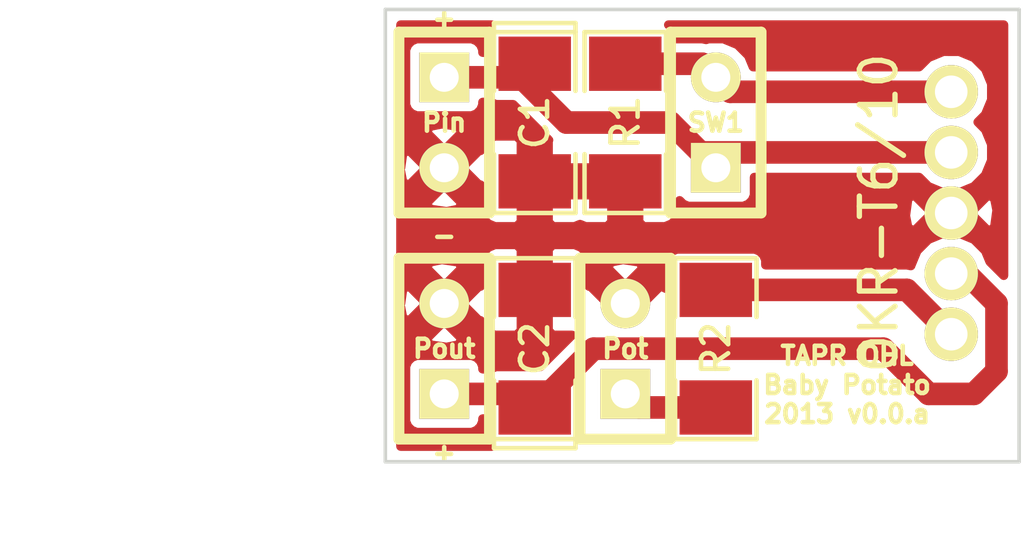
<source format=kicad_pcb>
(kicad_pcb (version 3) (host pcbnew "(2013-may-18)-stable")

  (general
    (links 15)
    (no_connects 0)
    (area 10.744288 16.160045 40.961 34.450001)
    (thickness 1.6)
    (drawings 10)
    (tracks 21)
    (zones 0)
    (modules 9)
    (nets 7)
  )

  (page A3)
  (layers
    (15 F.Cu signal)
    (0 B.Cu signal hide)
    (16 B.Adhes user hide)
    (17 F.Adhes user hide)
    (18 B.Paste user hide)
    (19 F.Paste user hide)
    (20 B.SilkS user hide)
    (21 F.SilkS user)
    (22 B.Mask user hide)
    (23 F.Mask user)
    (24 Dwgs.User user)
    (25 Cmts.User user)
    (26 Eco1.User user hide)
    (27 Eco2.User user hide)
    (28 Edge.Cuts user)
  )

  (setup
    (last_trace_width 0.635)
    (trace_clearance 0.127)
    (zone_clearance 0.254)
    (zone_45_only yes)
    (trace_min 0.254)
    (segment_width 0.2)
    (edge_width 0.1)
    (via_size 0.889)
    (via_drill 0.635)
    (via_min_size 0.889)
    (via_min_drill 0.508)
    (uvia_size 0.508)
    (uvia_drill 0.127)
    (uvias_allowed no)
    (uvia_min_size 0.508)
    (uvia_min_drill 0.127)
    (pcb_text_width 0.3)
    (pcb_text_size 1.5 1.5)
    (mod_edge_width 0.15)
    (mod_text_size 1 1)
    (mod_text_width 0.15)
    (pad_size 1.5 1.5)
    (pad_drill 0.9144)
    (pad_to_mask_clearance 0)
    (aux_axis_origin 0 0)
    (visible_elements FFFFFD91)
    (pcbplotparams
      (layerselection 2129920)
      (usegerberextensions false)
      (excludeedgelayer true)
      (linewidth 0.150000)
      (plotframeref false)
      (viasonmask false)
      (mode 1)
      (useauxorigin false)
      (hpglpennumber 1)
      (hpglpenspeed 20)
      (hpglpendiameter 15)
      (hpglpenoverlay 2)
      (psnegative false)
      (psa4output false)
      (plotreference true)
      (plotvalue true)
      (plotothertext true)
      (plotinvisibletext false)
      (padsonsilk false)
      (subtractmaskfromsilk false)
      (outputformat 5)
      (mirror false)
      (drillshape 0)
      (scaleselection 1)
      (outputdirectory ""))
  )

  (net 0 "")
  (net 1 GND)
  (net 2 N-000002)
  (net 3 N-000003)
  (net 4 N-000004)
  (net 5 N-000005)
  (net 6 N-000006)

  (net_class Default "This is the default net class."
    (clearance 0.127)
    (trace_width 0.635)
    (via_dia 0.889)
    (via_drill 0.635)
    (uvia_dia 0.508)
    (uvia_drill 0.127)
    (add_net "")
    (add_net GND)
    (add_net N-000002)
    (add_net N-000003)
    (add_net N-000004)
    (add_net N-000005)
    (add_net N-000006)
  )

  (module SIL-2 (layer F.Cu) (tedit 522C78A4) (tstamp 522AAA32)
    (at 22.606 27.305 90)
    (descr "Connecteurs 2 pins")
    (tags "CONN DEV")
    (path /522AA323)
    (fp_text reference Pout (at 0 0 180) (layer F.SilkS)
      (effects (font (size 0.508 0.508) (thickness 0.127)))
    )
    (fp_text value "Power out" (at 0 -2.54 90) (layer F.SilkS) hide
      (effects (font (size 1.524 1.016) (thickness 0.3048)))
    )
    (fp_line (start -2.54 1.27) (end -2.54 -1.27) (layer F.SilkS) (width 0.3048))
    (fp_line (start -2.54 -1.27) (end 2.54 -1.27) (layer F.SilkS) (width 0.3048))
    (fp_line (start 2.54 -1.27) (end 2.54 1.27) (layer F.SilkS) (width 0.3048))
    (fp_line (start 2.54 1.27) (end -2.54 1.27) (layer F.SilkS) (width 0.3048))
    (pad 1 thru_hole rect (at -1.27 0 90) (size 1.397 1.397) (drill 0.8128)
      (layers *.Cu *.Mask F.SilkS)
      (net 6 N-000006)
    )
    (pad 2 thru_hole circle (at 1.27 0 90) (size 1.397 1.397) (drill 0.8128)
      (layers *.Cu *.Mask F.SilkS)
      (net 1 GND)
    )
  )

  (module SIL-2 (layer F.Cu) (tedit 522C78A0) (tstamp 522AAA3C)
    (at 22.606 20.955 270)
    (descr "Connecteurs 2 pins")
    (tags "CONN DEV")
    (path /522AA330)
    (fp_text reference Pin (at 0 0 360) (layer F.SilkS)
      (effects (font (size 0.508 0.508) (thickness 0.127)))
    )
    (fp_text value Power_in (at 0 -2.54 270) (layer F.SilkS) hide
      (effects (font (size 1.524 1.016) (thickness 0.3048)))
    )
    (fp_line (start -2.54 1.27) (end -2.54 -1.27) (layer F.SilkS) (width 0.3048))
    (fp_line (start -2.54 -1.27) (end 2.54 -1.27) (layer F.SilkS) (width 0.3048))
    (fp_line (start 2.54 -1.27) (end 2.54 1.27) (layer F.SilkS) (width 0.3048))
    (fp_line (start 2.54 1.27) (end -2.54 1.27) (layer F.SilkS) (width 0.3048))
    (pad 1 thru_hole rect (at -1.27 0 270) (size 1.397 1.397) (drill 0.8128)
      (layers *.Cu *.Mask F.SilkS)
      (net 5 N-000005)
    )
    (pad 2 thru_hole circle (at 1.27 0 270) (size 1.397 1.397) (drill 0.8128)
      (layers *.Cu *.Mask F.SilkS)
      (net 1 GND)
    )
  )

  (module OKR-T10 (layer F.Cu) (tedit 522C94D7) (tstamp 522C91A1)
    (at 36.83 23.495 90)
    (path /522AA25C)
    (fp_text reference P2 (at 0.635 3.429 90) (layer F.SilkS) hide
      (effects (font (size 1 1) (thickness 0.15)))
    )
    (fp_text value OKR-T6/10 (at 0 -2.032 90) (layer F.SilkS)
      (effects (font (size 1 1) (thickness 0.15)))
    )
    (pad 5 thru_hole circle (at -3.4036 0 90) (size 1.5 1.5) (drill 0.9144)
      (layers *.Cu *.Mask F.SilkS)
      (net 3 N-000003)
    )
    (pad 4 thru_hole circle (at -1.7018 0 90) (size 1.5 1.5) (drill 0.9144)
      (layers *.Cu *.Mask F.SilkS)
      (net 6 N-000006)
    )
    (pad 3 thru_hole circle (at 0 0 90) (size 1.5 1.5) (drill 0.9144)
      (layers *.Cu *.Mask F.SilkS)
      (net 1 GND)
    )
    (pad 2 thru_hole circle (at 1.7018 0 90) (size 1.5 1.5) (drill 0.9144)
      (layers *.Cu *.Mask F.SilkS)
      (net 5 N-000005)
    )
    (pad 1 thru_hole circle (at 3.4036 0 90) (size 1.5 1.5) (drill 0.9144)
      (layers *.Cu *.Mask F.SilkS)
      (net 2 N-000002)
    )
  )

  (module SM1206POL (layer F.Cu) (tedit 42806E4C) (tstamp 522C7886)
    (at 25.146 20.955 270)
    (path /522AA353)
    (attr smd)
    (fp_text reference C1 (at 0 0 270) (layer F.SilkS)
      (effects (font (size 0.762 0.762) (thickness 0.127)))
    )
    (fp_text value "10uF 16V" (at 0 0 270) (layer F.SilkS) hide
      (effects (font (size 0.762 0.762) (thickness 0.127)))
    )
    (fp_line (start -2.54 -1.143) (end -2.794 -1.143) (layer F.SilkS) (width 0.127))
    (fp_line (start -2.794 -1.143) (end -2.794 1.143) (layer F.SilkS) (width 0.127))
    (fp_line (start -2.794 1.143) (end -2.54 1.143) (layer F.SilkS) (width 0.127))
    (fp_line (start -2.54 -1.143) (end -2.54 1.143) (layer F.SilkS) (width 0.127))
    (fp_line (start -2.54 1.143) (end -0.889 1.143) (layer F.SilkS) (width 0.127))
    (fp_line (start 0.889 -1.143) (end 2.54 -1.143) (layer F.SilkS) (width 0.127))
    (fp_line (start 2.54 -1.143) (end 2.54 1.143) (layer F.SilkS) (width 0.127))
    (fp_line (start 2.54 1.143) (end 0.889 1.143) (layer F.SilkS) (width 0.127))
    (fp_line (start -0.889 -1.143) (end -2.54 -1.143) (layer F.SilkS) (width 0.127))
    (pad 1 smd rect (at -1.651 0 270) (size 1.524 2.032)
      (layers F.Cu F.Paste F.Mask)
      (net 5 N-000005)
    )
    (pad 2 smd rect (at 1.651 0 270) (size 1.524 2.032)
      (layers F.Cu F.Paste F.Mask)
      (net 1 GND)
    )
    (model smd/chip_cms_pol.wrl
      (at (xyz 0 0 0))
      (scale (xyz 0.17 0.16 0.16))
      (rotate (xyz 0 0 0))
    )
  )

  (module SM1206POL (layer F.Cu) (tedit 42806E4C) (tstamp 522B8C53)
    (at 25.146 27.305 90)
    (path /522AA389)
    (attr smd)
    (fp_text reference C2 (at 0 0 90) (layer F.SilkS)
      (effects (font (size 0.762 0.762) (thickness 0.127)))
    )
    (fp_text value "10uF 16V" (at 0 0 90) (layer F.SilkS) hide
      (effects (font (size 0.762 0.762) (thickness 0.127)))
    )
    (fp_line (start -2.54 -1.143) (end -2.794 -1.143) (layer F.SilkS) (width 0.127))
    (fp_line (start -2.794 -1.143) (end -2.794 1.143) (layer F.SilkS) (width 0.127))
    (fp_line (start -2.794 1.143) (end -2.54 1.143) (layer F.SilkS) (width 0.127))
    (fp_line (start -2.54 -1.143) (end -2.54 1.143) (layer F.SilkS) (width 0.127))
    (fp_line (start -2.54 1.143) (end -0.889 1.143) (layer F.SilkS) (width 0.127))
    (fp_line (start 0.889 -1.143) (end 2.54 -1.143) (layer F.SilkS) (width 0.127))
    (fp_line (start 2.54 -1.143) (end 2.54 1.143) (layer F.SilkS) (width 0.127))
    (fp_line (start 2.54 1.143) (end 0.889 1.143) (layer F.SilkS) (width 0.127))
    (fp_line (start -0.889 -1.143) (end -2.54 -1.143) (layer F.SilkS) (width 0.127))
    (pad 1 smd rect (at -1.651 0 90) (size 1.524 2.032)
      (layers F.Cu F.Paste F.Mask)
      (net 6 N-000006)
    )
    (pad 2 smd rect (at 1.651 0 90) (size 1.524 2.032)
      (layers F.Cu F.Paste F.Mask)
      (net 1 GND)
    )
    (model smd/chip_cms_pol.wrl
      (at (xyz 0 0 0))
      (scale (xyz 0.17 0.16 0.16))
      (rotate (xyz 0 0 0))
    )
  )

  (module SM1206 (layer F.Cu) (tedit 42806E24) (tstamp 522B8C5F)
    (at 30.226 27.305 270)
    (path /522AA278)
    (attr smd)
    (fp_text reference R2 (at 0 0 270) (layer F.SilkS)
      (effects (font (size 0.762 0.762) (thickness 0.127)))
    )
    (fp_text value 220 (at 0 0 270) (layer F.SilkS) hide
      (effects (font (size 0.762 0.762) (thickness 0.127)))
    )
    (fp_line (start -2.54 -1.143) (end -2.54 1.143) (layer F.SilkS) (width 0.127))
    (fp_line (start -2.54 1.143) (end -0.889 1.143) (layer F.SilkS) (width 0.127))
    (fp_line (start 0.889 -1.143) (end 2.54 -1.143) (layer F.SilkS) (width 0.127))
    (fp_line (start 2.54 -1.143) (end 2.54 1.143) (layer F.SilkS) (width 0.127))
    (fp_line (start 2.54 1.143) (end 0.889 1.143) (layer F.SilkS) (width 0.127))
    (fp_line (start -0.889 -1.143) (end -2.54 -1.143) (layer F.SilkS) (width 0.127))
    (pad 1 smd rect (at -1.651 0 270) (size 1.524 2.032)
      (layers F.Cu F.Paste F.Mask)
      (net 3 N-000003)
    )
    (pad 2 smd rect (at 1.651 0 270) (size 1.524 2.032)
      (layers F.Cu F.Paste F.Mask)
      (net 4 N-000004)
    )
    (model smd/chip_cms.wrl
      (at (xyz 0 0 0))
      (scale (xyz 0.17 0.16 0.16))
      (rotate (xyz 0 0 0))
    )
  )

  (module SM1206 (layer F.Cu) (tedit 42806E24) (tstamp 522B8C6B)
    (at 27.686 20.955 90)
    (path /522AA33C)
    (attr smd)
    (fp_text reference R1 (at 0 0 90) (layer F.SilkS)
      (effects (font (size 0.762 0.762) (thickness 0.127)))
    )
    (fp_text value 5.1k (at 0 0 90) (layer F.SilkS) hide
      (effects (font (size 0.762 0.762) (thickness 0.127)))
    )
    (fp_line (start -2.54 -1.143) (end -2.54 1.143) (layer F.SilkS) (width 0.127))
    (fp_line (start -2.54 1.143) (end -0.889 1.143) (layer F.SilkS) (width 0.127))
    (fp_line (start 0.889 -1.143) (end 2.54 -1.143) (layer F.SilkS) (width 0.127))
    (fp_line (start 2.54 -1.143) (end 2.54 1.143) (layer F.SilkS) (width 0.127))
    (fp_line (start 2.54 1.143) (end 0.889 1.143) (layer F.SilkS) (width 0.127))
    (fp_line (start -0.889 -1.143) (end -2.54 -1.143) (layer F.SilkS) (width 0.127))
    (pad 1 smd rect (at -1.651 0 90) (size 1.524 2.032)
      (layers F.Cu F.Paste F.Mask)
      (net 1 GND)
    )
    (pad 2 smd rect (at 1.651 0 90) (size 1.524 2.032)
      (layers F.Cu F.Paste F.Mask)
      (net 2 N-000002)
    )
    (model smd/chip_cms.wrl
      (at (xyz 0 0 0))
      (scale (xyz 0.17 0.16 0.16))
      (rotate (xyz 0 0 0))
    )
  )

  (module SIL-2 (layer F.Cu) (tedit 522C78B8) (tstamp 522B8CEB)
    (at 30.226 20.955 90)
    (descr "Connecteurs 2 pins")
    (tags "CONN DEV")
    (path /522AA2A5)
    (fp_text reference SW1 (at 0 0 180) (layer F.SilkS)
      (effects (font (size 0.508 0.508) (thickness 0.127)))
    )
    (fp_text value SPST (at 0 -2.54 90) (layer F.SilkS) hide
      (effects (font (size 1.524 1.016) (thickness 0.3048)))
    )
    (fp_line (start -2.54 1.27) (end -2.54 -1.27) (layer F.SilkS) (width 0.3048))
    (fp_line (start -2.54 -1.27) (end 2.54 -1.27) (layer F.SilkS) (width 0.3048))
    (fp_line (start 2.54 -1.27) (end 2.54 1.27) (layer F.SilkS) (width 0.3048))
    (fp_line (start 2.54 1.27) (end -2.54 1.27) (layer F.SilkS) (width 0.3048))
    (pad 1 thru_hole rect (at -1.27 0 90) (size 1.397 1.397) (drill 0.8128)
      (layers *.Cu *.Mask F.SilkS)
      (net 5 N-000005)
    )
    (pad 2 thru_hole circle (at 1.27 0 90) (size 1.397 1.397) (drill 0.8128)
      (layers *.Cu *.Mask F.SilkS)
      (net 2 N-000002)
    )
  )

  (module SIL-2 (layer F.Cu) (tedit 522C9143) (tstamp 522B8CF5)
    (at 27.686 27.305 90)
    (descr "Connecteurs 2 pins")
    (tags "CONN DEV")
    (path /522AA303)
    (fp_text reference Pot (at 0 0 180) (layer F.SilkS)
      (effects (font (size 0.5334 0.508) (thickness 0.127)))
    )
    (fp_text value 200 (at 0 -2.54 90) (layer F.SilkS) hide
      (effects (font (size 1.524 1.016) (thickness 0.3048)))
    )
    (fp_line (start -2.54 1.27) (end -2.54 -1.27) (layer F.SilkS) (width 0.3048))
    (fp_line (start -2.54 -1.27) (end 2.54 -1.27) (layer F.SilkS) (width 0.3048))
    (fp_line (start 2.54 -1.27) (end 2.54 1.27) (layer F.SilkS) (width 0.3048))
    (fp_line (start 2.54 1.27) (end -2.54 1.27) (layer F.SilkS) (width 0.3048))
    (pad 1 thru_hole rect (at -1.27 0 90) (size 1.397 1.397) (drill 0.8128)
      (layers *.Cu *.Mask F.SilkS)
      (net 4 N-000004)
    )
    (pad 2 thru_hole circle (at 1.27 0 90) (size 1.397 1.397) (drill 0.8128)
      (layers *.Cu *.Mask F.SilkS)
      (net 1 GND)
    )
  )

  (gr_text "TAPR OHL\nBaby Potato\n2013 v0.0.a" (at 33.909 28.321) (layer F.SilkS)
    (effects (font (size 0.508 0.508) (thickness 0.127)))
  )
  (dimension 17.78 (width 0.3) (layer Cmts.User)
    (gr_text "0.7000 in" (at 29.845 33.1) (layer Cmts.User)
      (effects (font (size 1.5 1.5) (thickness 0.3)))
    )
    (feature1 (pts (xy 38.735 30.48) (xy 38.735 34.45)))
    (feature2 (pts (xy 20.955 30.48) (xy 20.955 34.45)))
    (crossbar (pts (xy 20.955 31.75) (xy 38.735 31.75)))
    (arrow1a (pts (xy 38.735 31.75) (xy 37.608497 32.33642)))
    (arrow1b (pts (xy 38.735 31.75) (xy 37.608497 31.16358)))
    (arrow2a (pts (xy 20.955 31.75) (xy 22.081503 32.33642)))
    (arrow2b (pts (xy 20.955 31.75) (xy 22.081503 31.16358)))
  )
  (dimension 12.7 (width 0.3) (layer Cmts.User)
    (gr_text "0.5000 in" (at 16.430001 24.13 270) (layer Cmts.User)
      (effects (font (size 1.5 1.5) (thickness 0.3)))
    )
    (feature1 (pts (xy 20.955 30.48) (xy 15.080001 30.48)))
    (feature2 (pts (xy 20.955 17.78) (xy 15.080001 17.78)))
    (crossbar (pts (xy 17.780001 17.78) (xy 17.780001 30.48)))
    (arrow1a (pts (xy 17.780001 30.48) (xy 17.193581 29.353497)))
    (arrow1b (pts (xy 17.780001 30.48) (xy 18.366421 29.353497)))
    (arrow2a (pts (xy 17.780001 17.78) (xy 17.193581 18.906503)))
    (arrow2b (pts (xy 17.780001 17.78) (xy 18.366421 18.906503)))
  )
  (gr_line (start 38.735 17.78) (end 20.955 17.78) (angle 90) (layer Edge.Cuts) (width 0.1))
  (gr_line (start 38.735 30.48) (end 38.735 17.78) (angle 90) (layer Edge.Cuts) (width 0.1))
  (gr_line (start 20.955 30.48) (end 38.735 30.48) (angle 90) (layer Edge.Cuts) (width 0.1))
  (gr_line (start 20.955 17.78) (end 20.955 30.48) (angle 90) (layer Edge.Cuts) (width 0.1))
  (gr_text + (at 22.606 30.226) (layer F.SilkS) (tstamp 522C79A9)
    (effects (font (size 0.508 0.508) (thickness 0.127)))
  )
  (gr_text - (at 22.606 24.13) (layer F.SilkS) (tstamp 522C79A8)
    (effects (font (size 0.508 0.508) (thickness 0.127)))
  )
  (gr_text + (at 22.606 18.034) (layer F.SilkS)
    (effects (font (size 0.508 0.508) (thickness 0.127)))
  )

  (segment (start 36.83 20.0914) (end 30.6324 20.0914) (width 0.635) (layer F.Cu) (net 2) (status 10))
  (segment (start 29.845 19.304) (end 27.686 19.304) (width 0.635) (layer F.Cu) (net 2) (tstamp 522C728F))
  (segment (start 30.6324 20.0914) (end 29.845 19.304) (width 0.635) (layer F.Cu) (net 2) (tstamp 522C728D))
  (segment (start 30.226 25.654) (end 35.5854 25.654) (width 0.635) (layer F.Cu) (net 3))
  (segment (start 35.5854 25.654) (end 36.83 26.8986) (width 0.635) (layer F.Cu) (net 3) (tstamp 522C91FC))
  (segment (start 30.226 28.956) (end 28.067 28.956) (width 0.635) (layer F.Cu) (net 4))
  (segment (start 28.067 28.956) (end 27.686 28.575) (width 0.635) (layer F.Cu) (net 4) (tstamp 522B8D97))
  (segment (start 22.606 19.685) (end 24.765 19.685) (width 0.635) (layer F.Cu) (net 5))
  (segment (start 29.7942 21.7932) (end 36.83 21.7932) (width 0.635) (layer F.Cu) (net 5) (tstamp 522C729D) (status 20))
  (segment (start 28.956 20.955) (end 29.7942 21.7932) (width 0.635) (layer F.Cu) (net 5) (tstamp 522C729C))
  (segment (start 26.035 20.955) (end 28.956 20.955) (width 0.635) (layer F.Cu) (net 5) (tstamp 522C729A))
  (segment (start 24.765 19.685) (end 26.035 20.955) (width 0.635) (layer F.Cu) (net 5) (tstamp 522C7298))
  (segment (start 36.83 25.1968) (end 37.2618 25.1968) (width 0.635) (layer F.Cu) (net 6))
  (segment (start 25.527 28.575) (end 22.606 28.575) (width 0.635) (layer F.Cu) (net 6) (tstamp 522C9221))
  (segment (start 26.797 27.305) (end 25.527 28.575) (width 0.635) (layer F.Cu) (net 6) (tstamp 522C9216))
  (segment (start 34.925 27.305) (end 26.797 27.305) (width 0.635) (layer F.Cu) (net 6) (tstamp 522C9210))
  (segment (start 36.195 28.575) (end 34.925 27.305) (width 0.635) (layer F.Cu) (net 6) (tstamp 522C920A))
  (segment (start 37.465 28.575) (end 36.195 28.575) (width 0.635) (layer F.Cu) (net 6) (tstamp 522C9207))
  (segment (start 38.1 27.94) (end 37.465 28.575) (width 0.635) (layer F.Cu) (net 6) (tstamp 522C9206))
  (segment (start 38.1 26.035) (end 38.1 27.94) (width 0.635) (layer F.Cu) (net 6) (tstamp 522C9204))
  (segment (start 37.2618 25.1968) (end 38.1 26.035) (width 0.635) (layer F.Cu) (net 6) (tstamp 522C9201))

  (zone (net 1) (net_name GND) (layer F.Cu) (tstamp 522C9264) (hatch edge 0.508)
    (connect_pads (clearance 0.254))
    (min_thickness 0.254)
    (fill (arc_segments 16) (thermal_gap 0.381) (thermal_bridge_width 1.016))
    (polygon
      (pts
        (xy 38.735 30.48) (xy 20.955 30.48) (xy 20.955 17.78) (xy 38.735 17.78)
      )
    )
    (filled_polygon
      (pts
        (xy 38.304 25.251171) (xy 38.110254 25.057425) (xy 38.110254 23.416706) (xy 38.042762 23.077403) (xy 37.868111 22.98722)
        (xy 37.36033 23.495) (xy 37.868111 24.00278) (xy 38.042762 23.912597) (xy 38.110254 23.416706) (xy 38.110254 25.057425)
        (xy 37.915813 24.862985) (xy 37.789374 24.556977) (xy 37.471496 24.238544) (xy 37.055957 24.065997) (xy 36.870505 24.065835)
        (xy 36.83 24.02533) (xy 36.789565 24.065764) (xy 36.606017 24.065605) (xy 36.29967 24.192184) (xy 36.29967 23.495)
        (xy 35.791889 22.98722) (xy 35.617238 23.077403) (xy 35.549746 23.573294) (xy 35.617238 23.912597) (xy 35.791889 24.00278)
        (xy 36.29967 23.495) (xy 36.29967 24.192184) (xy 36.190177 24.237426) (xy 35.871744 24.555304) (xy 35.699197 24.970843)
        (xy 35.69919 24.978134) (xy 35.5854 24.9555) (xy 31.623066 24.9555) (xy 31.623066 24.816547) (xy 31.565184 24.676463)
        (xy 31.458101 24.569192) (xy 31.318118 24.511066) (xy 31.166547 24.510934) (xy 29.134547 24.510934) (xy 28.994463 24.568816)
        (xy 28.887192 24.675899) (xy 28.829066 24.815882) (xy 28.828934 24.967453) (xy 28.828934 25.616345) (xy 28.672867 25.542048)
        (xy 28.179914 26.035) (xy 28.216507 26.071592) (xy 28.178952 26.109148) (xy 28.178952 25.048133) (xy 28.096753 24.875468)
        (xy 27.621752 24.806543) (xy 27.305 24.869549) (xy 27.305 23.749) (xy 27.305 22.987) (xy 26.543 22.987)
        (xy 26.289 22.987) (xy 25.527 22.987) (xy 25.527 23.749) (xy 25.654 23.876) (xy 26.061396 23.876088)
        (xy 26.263491 23.875912) (xy 26.416 23.812584) (xy 26.568509 23.875912) (xy 26.770604 23.876088) (xy 27.178 23.876)
        (xy 27.305 23.749) (xy 27.305 24.869549) (xy 27.275247 24.875468) (xy 27.193048 25.048133) (xy 27.686 25.541086)
        (xy 28.178952 25.048133) (xy 28.178952 26.109148) (xy 27.722592 26.565507) (xy 27.686 26.528914) (xy 27.649407 26.565507)
        (xy 27.155492 26.071592) (xy 27.192086 26.035) (xy 26.699133 25.542048) (xy 26.670088 25.555875) (xy 26.67 25.555916)
        (xy 26.67 25.272998) (xy 26.543002 25.272998) (xy 26.67 25.146) (xy 26.670088 24.791396) (xy 26.592913 24.604617)
        (xy 26.450135 24.46159) (xy 26.263491 24.384088) (xy 26.061396 24.383912) (xy 25.654 24.384) (xy 25.527 24.511)
        (xy 25.527 25.273) (xy 25.547 25.273) (xy 25.547 26.035) (xy 25.527 26.035) (xy 25.527 26.797)
        (xy 25.654 26.924) (xy 26.061396 26.924088) (xy 26.190196 26.923975) (xy 25.301238 27.812934) (xy 24.765 27.812934)
        (xy 24.765 26.797) (xy 24.765 26.035) (xy 24.745 26.035) (xy 24.745 25.273) (xy 24.765 25.273)
        (xy 24.765 24.511) (xy 24.765 23.749) (xy 24.765 22.987) (xy 24.745 22.987) (xy 24.745 22.225)
        (xy 24.765 22.225) (xy 24.765 21.463) (xy 24.638 21.336) (xy 24.230604 21.335912) (xy 24.028509 21.336088)
        (xy 23.841865 21.41359) (xy 23.699087 21.556617) (xy 23.621912 21.743396) (xy 23.621912 21.745875) (xy 23.592867 21.732048)
        (xy 23.099914 22.225) (xy 23.592867 22.717952) (xy 23.622 22.704082) (xy 23.622 22.987002) (xy 23.748998 22.987002)
        (xy 23.622 23.114) (xy 23.621912 23.468604) (xy 23.699087 23.655383) (xy 23.841865 23.79841) (xy 24.028509 23.875912)
        (xy 24.230604 23.876088) (xy 24.638 23.876) (xy 24.765 23.749) (xy 24.765 24.511) (xy 24.638 24.384)
        (xy 24.230604 24.383912) (xy 24.028509 24.384088) (xy 23.841865 24.46159) (xy 23.699087 24.604617) (xy 23.621912 24.791396)
        (xy 23.622 25.146) (xy 23.748998 25.272998) (xy 23.622 25.272998) (xy 23.622 25.555917) (xy 23.592867 25.542048)
        (xy 23.099914 26.035) (xy 23.592867 26.527952) (xy 23.621912 26.514124) (xy 23.621912 26.516604) (xy 23.699087 26.703383)
        (xy 23.841865 26.84641) (xy 24.028509 26.923912) (xy 24.230604 26.924088) (xy 24.638 26.924) (xy 24.765 26.797)
        (xy 24.765 27.812934) (xy 24.054547 27.812934) (xy 23.914463 27.870816) (xy 23.908769 27.8765) (xy 23.685566 27.8765)
        (xy 23.685566 27.801047) (xy 23.627684 27.660963) (xy 23.520601 27.553692) (xy 23.380618 27.495566) (xy 23.229047 27.495434)
        (xy 23.098952 27.495434) (xy 23.098952 27.021867) (xy 23.098952 25.048133) (xy 23.098952 23.211867) (xy 23.098952 21.238133)
        (xy 23.016753 21.065468) (xy 22.541752 20.996543) (xy 22.195247 21.065468) (xy 22.113048 21.238133) (xy 22.606 21.731086)
        (xy 23.098952 21.238133) (xy 23.098952 23.211867) (xy 22.606 22.718914) (xy 22.113048 23.211867) (xy 22.195247 23.384532)
        (xy 22.670248 23.453457) (xy 23.016753 23.384532) (xy 23.098952 23.211867) (xy 23.098952 25.048133) (xy 23.016753 24.875468)
        (xy 22.541752 24.806543) (xy 22.195247 24.875468) (xy 22.113048 25.048133) (xy 22.606 25.541086) (xy 23.098952 25.048133)
        (xy 23.098952 27.021867) (xy 22.606 26.528914) (xy 22.113048 27.021867) (xy 22.195247 27.194532) (xy 22.670248 27.263457)
        (xy 23.016753 27.194532) (xy 23.098952 27.021867) (xy 23.098952 27.495434) (xy 21.832047 27.495434) (xy 21.691963 27.553316)
        (xy 21.584692 27.660399) (xy 21.526566 27.800382) (xy 21.526434 27.951953) (xy 21.526434 29.348953) (xy 21.584316 29.489037)
        (xy 21.691399 29.596308) (xy 21.831382 29.654434) (xy 21.982953 29.654566) (xy 23.379953 29.654566) (xy 23.520037 29.596684)
        (xy 23.627308 29.489601) (xy 23.685434 29.349618) (xy 23.6855 29.2735) (xy 23.748934 29.2735) (xy 23.748934 29.793453)
        (xy 23.806816 29.933537) (xy 23.913899 30.040808) (xy 23.933627 30.049) (xy 21.386 30.049) (xy 21.386 26.141763)
        (xy 21.446468 26.445753) (xy 21.619133 26.527952) (xy 22.112086 26.035) (xy 21.619133 25.542048) (xy 21.446468 25.624247)
        (xy 21.386 26.040966) (xy 21.386 22.331763) (xy 21.446468 22.635753) (xy 21.619133 22.717952) (xy 22.112086 22.225)
        (xy 21.619133 21.732048) (xy 21.446468 21.814247) (xy 21.386 22.230966) (xy 21.386 18.211) (xy 23.933379 18.211)
        (xy 23.914463 18.218816) (xy 23.807192 18.325899) (xy 23.749066 18.465882) (xy 23.748934 18.617453) (xy 23.748934 18.9865)
        (xy 23.685566 18.9865) (xy 23.685566 18.911047) (xy 23.627684 18.770963) (xy 23.520601 18.663692) (xy 23.380618 18.605566)
        (xy 23.229047 18.605434) (xy 21.832047 18.605434) (xy 21.691963 18.663316) (xy 21.584692 18.770399) (xy 21.526566 18.910382)
        (xy 21.526434 19.061953) (xy 21.526434 20.458953) (xy 21.584316 20.599037) (xy 21.691399 20.706308) (xy 21.831382 20.764434)
        (xy 21.982953 20.764566) (xy 23.379953 20.764566) (xy 23.520037 20.706684) (xy 23.627308 20.599601) (xy 23.685434 20.459618)
        (xy 23.6855 20.3835) (xy 23.9086 20.3835) (xy 23.913899 20.388808) (xy 24.053882 20.446934) (xy 24.205453 20.447066)
        (xy 24.539238 20.447066) (xy 25.541086 21.448914) (xy 25.527 21.463) (xy 25.527 22.225) (xy 26.289 22.225)
        (xy 26.543 22.225) (xy 27.305 22.225) (xy 27.305 22.205) (xy 28.067 22.205) (xy 28.067 22.225)
        (xy 28.087 22.225) (xy 28.087 22.987) (xy 28.067 22.987) (xy 28.067 23.749) (xy 28.194 23.876)
        (xy 28.601396 23.876088) (xy 28.803491 23.875912) (xy 28.990135 23.79841) (xy 29.132913 23.655383) (xy 29.210088 23.468604)
        (xy 29.210007 23.144738) (xy 29.311399 23.246308) (xy 29.451382 23.304434) (xy 29.602953 23.304566) (xy 30.999953 23.304566)
        (xy 31.140037 23.246684) (xy 31.247308 23.139601) (xy 31.305434 22.999618) (xy 31.305566 22.848047) (xy 31.305566 22.4917)
        (xy 35.9292 22.4917) (xy 36.188504 22.751456) (xy 36.604043 22.924003) (xy 36.789494 22.924164) (xy 36.83 22.96467)
        (xy 36.870434 22.924235) (xy 37.053983 22.924395) (xy 37.469823 22.752574) (xy 37.788256 22.434696) (xy 37.960803 22.019157)
        (xy 37.961195 21.569217) (xy 37.789374 21.153377) (xy 37.578575 20.94221) (xy 37.788256 20.732896) (xy 37.960803 20.317357)
        (xy 37.961195 19.867417) (xy 37.789374 19.451577) (xy 37.471496 19.133144) (xy 37.055957 18.960597) (xy 36.606017 18.960205)
        (xy 36.190177 19.132026) (xy 35.928847 19.3929) (xy 31.273326 19.3929) (xy 31.141689 19.074312) (xy 30.838286 18.770379)
        (xy 30.441668 18.605688) (xy 30.012216 18.605314) (xy 29.957572 18.627892) (xy 29.845 18.6055) (xy 29.083066 18.6055)
        (xy 29.083066 18.466547) (xy 29.025184 18.326463) (xy 28.918101 18.219192) (xy 28.898372 18.211) (xy 38.304 18.211)
        (xy 38.304 25.251171)
      )
    )
  )
)

</source>
